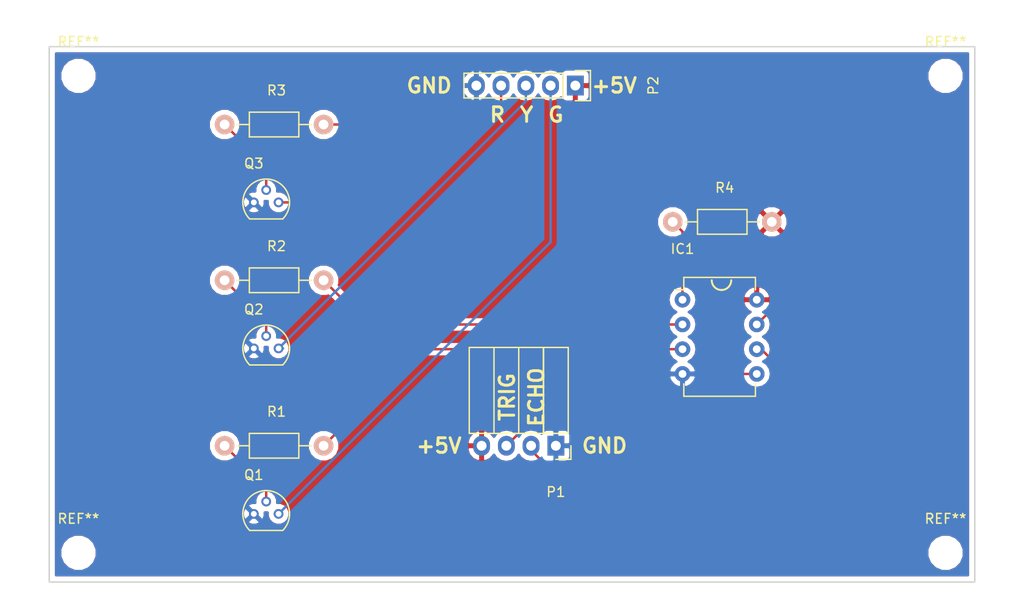
<source format=kicad_pcb>
(kicad_pcb (version 4) (host pcbnew 4.0.5+dfsg1-4)

  (general
    (links 20)
    (no_connects 0)
    (area 22.871429 17.133332 128.128572 78.575)
    (thickness 1.6)
    (drawings 15)
    (tracks 40)
    (zones 0)
    (modules 14)
    (nets 15)
  )

  (page A4)
  (layers
    (0 F.Cu signal)
    (31 B.Cu signal)
    (32 B.Adhes user)
    (33 F.Adhes user)
    (34 B.Paste user)
    (35 F.Paste user)
    (36 B.SilkS user)
    (37 F.SilkS user)
    (38 B.Mask user)
    (39 F.Mask user)
    (40 Dwgs.User user)
    (41 Cmts.User user)
    (42 Eco1.User user)
    (43 Eco2.User user)
    (44 Edge.Cuts user)
    (45 Margin user)
    (46 B.CrtYd user)
    (47 F.CrtYd user)
    (48 B.Fab user)
    (49 F.Fab user)
  )

  (setup
    (last_trace_width 0.25)
    (trace_clearance 0.2)
    (zone_clearance 0.508)
    (zone_45_only no)
    (trace_min 0.2)
    (segment_width 0.2)
    (edge_width 0.15)
    (via_size 0.6)
    (via_drill 0.4)
    (via_min_size 0.4)
    (via_min_drill 0.3)
    (uvia_size 0.3)
    (uvia_drill 0.1)
    (uvias_allowed no)
    (uvia_min_size 0.2)
    (uvia_min_drill 0.1)
    (pcb_text_width 0.3)
    (pcb_text_size 1.5 1.5)
    (mod_edge_width 0.15)
    (mod_text_size 1 1)
    (mod_text_width 0.15)
    (pad_size 1.524 1.524)
    (pad_drill 0.762)
    (pad_to_mask_clearance 0.2)
    (aux_axis_origin 0 0)
    (visible_elements FFFFFF7F)
    (pcbplotparams
      (layerselection 0x010f0_80000001)
      (usegerberextensions false)
      (excludeedgelayer true)
      (linewidth 0.100000)
      (plotframeref false)
      (viasonmask false)
      (mode 1)
      (useauxorigin false)
      (hpglpennumber 1)
      (hpglpenspeed 20)
      (hpglpendiameter 15)
      (hpglpenoverlay 2)
      (psnegative false)
      (psa4output false)
      (plotreference true)
      (plotvalue true)
      (plotinvisibletext false)
      (padsonsilk false)
      (subtractmaskfromsilk false)
      (outputformat 1)
      (mirror false)
      (drillshape 0)
      (scaleselection 1)
      (outputdirectory plots/))
  )

  (net 0 "")
  (net 1 "Net-(IC1-Pad1)")
  (net 2 /YELLOW)
  (net 3 /GREEN)
  (net 4 GND)
  (net 5 /TRIG)
  (net 6 /ECHO)
  (net 7 /RED)
  (net 8 +5V)
  (net 9 "Net-(Q1-Pad2)")
  (net 10 "Net-(Q2-Pad2)")
  (net 11 "Net-(Q3-Pad2)")
  (net 12 "Net-(P2-Pad2)")
  (net 13 "Net-(P2-Pad3)")
  (net 14 "Net-(P2-Pad4)")

  (net_class Default "This is the default net class."
    (clearance 0.2)
    (trace_width 0.25)
    (via_dia 0.6)
    (via_drill 0.4)
    (uvia_dia 0.3)
    (uvia_drill 0.1)
    (add_net +5V)
    (add_net /ECHO)
    (add_net /GREEN)
    (add_net /RED)
    (add_net /TRIG)
    (add_net /YELLOW)
    (add_net GND)
    (add_net "Net-(IC1-Pad1)")
    (add_net "Net-(P2-Pad2)")
    (add_net "Net-(P2-Pad3)")
    (add_net "Net-(P2-Pad4)")
    (add_net "Net-(Q1-Pad2)")
    (add_net "Net-(Q2-Pad2)")
    (add_net "Net-(Q3-Pad2)")
  )

  (module Pin_Headers:Pin_Header_Straight_1x05 (layer F.Cu) (tedit 5B3916F3) (tstamp 5B38FD66)
    (at 82 26 270)
    (descr "Through hole pin header")
    (tags "pin header")
    (path /5B386E0C)
    (fp_text reference P2 (at 0 -8 270) (layer F.SilkS)
      (effects (font (size 1 1) (thickness 0.15)))
    )
    (fp_text value "LED and Power Header" (at 0 -3.1 270) (layer F.Fab)
      (effects (font (size 1 1) (thickness 0.15)))
    )
    (fp_line (start -1.55 0) (end -1.55 -1.55) (layer F.SilkS) (width 0.15))
    (fp_line (start -1.55 -1.55) (end 1.55 -1.55) (layer F.SilkS) (width 0.15))
    (fp_line (start 1.55 -1.55) (end 1.55 0) (layer F.SilkS) (width 0.15))
    (fp_line (start -1.75 -1.75) (end -1.75 11.95) (layer F.CrtYd) (width 0.05))
    (fp_line (start 1.75 -1.75) (end 1.75 11.95) (layer F.CrtYd) (width 0.05))
    (fp_line (start -1.75 -1.75) (end 1.75 -1.75) (layer F.CrtYd) (width 0.05))
    (fp_line (start -1.75 11.95) (end 1.75 11.95) (layer F.CrtYd) (width 0.05))
    (fp_line (start 1.27 1.27) (end 1.27 11.43) (layer F.SilkS) (width 0.15))
    (fp_line (start 1.27 11.43) (end -1.27 11.43) (layer F.SilkS) (width 0.15))
    (fp_line (start -1.27 11.43) (end -1.27 1.27) (layer F.SilkS) (width 0.15))
    (fp_line (start 1.27 1.27) (end -1.27 1.27) (layer F.SilkS) (width 0.15))
    (pad 1 thru_hole rect (at 0 0 270) (size 2.032 1.7272) (drill 1.016) (layers *.Cu *.Mask)
      (net 8 +5V))
    (pad 2 thru_hole oval (at 0 2.54 270) (size 2.032 1.7272) (drill 1.016) (layers *.Cu *.Mask)
      (net 12 "Net-(P2-Pad2)"))
    (pad 3 thru_hole oval (at 0 5.08 270) (size 2.032 1.7272) (drill 1.016) (layers *.Cu *.Mask)
      (net 13 "Net-(P2-Pad3)"))
    (pad 4 thru_hole oval (at 0 7.62 270) (size 2.032 1.7272) (drill 1.016) (layers *.Cu *.Mask)
      (net 14 "Net-(P2-Pad4)"))
    (pad 5 thru_hole oval (at 0 10.16 270) (size 2.032 1.7272) (drill 1.016) (layers *.Cu *.Mask)
      (net 4 GND))
    (model Pin_Headers.3dshapes/Pin_Header_Straight_1x05.wrl
      (at (xyz 0 -0.2 0))
      (scale (xyz 1 1 1))
      (rotate (xyz 0 0 90))
    )
  )

  (module TO_SOT_Packages_THT:TO-92_Molded_Narrow (layer F.Cu) (tedit 54F242E1) (tstamp 5B38FD6D)
    (at 49 70)
    (descr "TO-92 leads molded, narrow, drill 0.6mm (see NXP sot054_po.pdf)")
    (tags "to-92 sc-43 sc-43a sot54 PA33 transistor")
    (path /5B385AC2)
    (fp_text reference Q1 (at 0 -4) (layer F.SilkS)
      (effects (font (size 1 1) (thickness 0.15)))
    )
    (fp_text value PN2222A (at 0 3) (layer F.Fab)
      (effects (font (size 1 1) (thickness 0.15)))
    )
    (fp_line (start -1.4 1.95) (end -1.4 -2.65) (layer F.CrtYd) (width 0.05))
    (fp_line (start -1.4 1.95) (end 3.9 1.95) (layer F.CrtYd) (width 0.05))
    (fp_line (start -0.43 1.7) (end 2.97 1.7) (layer F.SilkS) (width 0.15))
    (fp_arc (start 1.27 0) (end 1.27 -2.4) (angle -135) (layer F.SilkS) (width 0.15))
    (fp_arc (start 1.27 0) (end 1.27 -2.4) (angle 135) (layer F.SilkS) (width 0.15))
    (fp_line (start -1.4 -2.65) (end 3.9 -2.65) (layer F.CrtYd) (width 0.05))
    (fp_line (start 3.9 1.95) (end 3.9 -2.65) (layer F.CrtYd) (width 0.05))
    (pad 2 thru_hole circle (at 1.27 -1.27 90) (size 1.00076 1.00076) (drill 0.6) (layers *.Cu *.Mask)
      (net 9 "Net-(Q1-Pad2)"))
    (pad 3 thru_hole circle (at 2.54 0 90) (size 1.00076 1.00076) (drill 0.6) (layers *.Cu *.Mask)
      (net 12 "Net-(P2-Pad2)"))
    (pad 1 thru_hole circle (at 0 0 90) (size 1.00076 1.00076) (drill 0.6) (layers *.Cu *.Mask)
      (net 4 GND))
    (model TO_SOT_Packages_THT.3dshapes/TO-92_Molded_Narrow.wrl
      (at (xyz 0.05 0 0))
      (scale (xyz 1 1 1))
      (rotate (xyz 0 0 -90))
    )
  )

  (module TO_SOT_Packages_THT:TO-92_Molded_Narrow (layer F.Cu) (tedit 54F242E1) (tstamp 5B38FD74)
    (at 49 53)
    (descr "TO-92 leads molded, narrow, drill 0.6mm (see NXP sot054_po.pdf)")
    (tags "to-92 sc-43 sc-43a sot54 PA33 transistor")
    (path /5B3859DD)
    (fp_text reference Q2 (at 0 -4) (layer F.SilkS)
      (effects (font (size 1 1) (thickness 0.15)))
    )
    (fp_text value PN2222A (at 0 3) (layer F.Fab)
      (effects (font (size 1 1) (thickness 0.15)))
    )
    (fp_line (start -1.4 1.95) (end -1.4 -2.65) (layer F.CrtYd) (width 0.05))
    (fp_line (start -1.4 1.95) (end 3.9 1.95) (layer F.CrtYd) (width 0.05))
    (fp_line (start -0.43 1.7) (end 2.97 1.7) (layer F.SilkS) (width 0.15))
    (fp_arc (start 1.27 0) (end 1.27 -2.4) (angle -135) (layer F.SilkS) (width 0.15))
    (fp_arc (start 1.27 0) (end 1.27 -2.4) (angle 135) (layer F.SilkS) (width 0.15))
    (fp_line (start -1.4 -2.65) (end 3.9 -2.65) (layer F.CrtYd) (width 0.05))
    (fp_line (start 3.9 1.95) (end 3.9 -2.65) (layer F.CrtYd) (width 0.05))
    (pad 2 thru_hole circle (at 1.27 -1.27 90) (size 1.00076 1.00076) (drill 0.6) (layers *.Cu *.Mask)
      (net 10 "Net-(Q2-Pad2)"))
    (pad 3 thru_hole circle (at 2.54 0 90) (size 1.00076 1.00076) (drill 0.6) (layers *.Cu *.Mask)
      (net 13 "Net-(P2-Pad3)"))
    (pad 1 thru_hole circle (at 0 0 90) (size 1.00076 1.00076) (drill 0.6) (layers *.Cu *.Mask)
      (net 4 GND))
    (model TO_SOT_Packages_THT.3dshapes/TO-92_Molded_Narrow.wrl
      (at (xyz 0.05 0 0))
      (scale (xyz 1 1 1))
      (rotate (xyz 0 0 -90))
    )
  )

  (module TO_SOT_Packages_THT:TO-92_Molded_Narrow (layer F.Cu) (tedit 54F242E1) (tstamp 5B38FD7B)
    (at 49 38)
    (descr "TO-92 leads molded, narrow, drill 0.6mm (see NXP sot054_po.pdf)")
    (tags "to-92 sc-43 sc-43a sot54 PA33 transistor")
    (path /5B385D45)
    (fp_text reference Q3 (at 0 -4) (layer F.SilkS)
      (effects (font (size 1 1) (thickness 0.15)))
    )
    (fp_text value PN2222A (at 0 3) (layer F.Fab)
      (effects (font (size 1 1) (thickness 0.15)))
    )
    (fp_line (start -1.4 1.95) (end -1.4 -2.65) (layer F.CrtYd) (width 0.05))
    (fp_line (start -1.4 1.95) (end 3.9 1.95) (layer F.CrtYd) (width 0.05))
    (fp_line (start -0.43 1.7) (end 2.97 1.7) (layer F.SilkS) (width 0.15))
    (fp_arc (start 1.27 0) (end 1.27 -2.4) (angle -135) (layer F.SilkS) (width 0.15))
    (fp_arc (start 1.27 0) (end 1.27 -2.4) (angle 135) (layer F.SilkS) (width 0.15))
    (fp_line (start -1.4 -2.65) (end 3.9 -2.65) (layer F.CrtYd) (width 0.05))
    (fp_line (start 3.9 1.95) (end 3.9 -2.65) (layer F.CrtYd) (width 0.05))
    (pad 2 thru_hole circle (at 1.27 -1.27 90) (size 1.00076 1.00076) (drill 0.6) (layers *.Cu *.Mask)
      (net 11 "Net-(Q3-Pad2)"))
    (pad 3 thru_hole circle (at 2.54 0 90) (size 1.00076 1.00076) (drill 0.6) (layers *.Cu *.Mask)
      (net 14 "Net-(P2-Pad4)"))
    (pad 1 thru_hole circle (at 0 0 90) (size 1.00076 1.00076) (drill 0.6) (layers *.Cu *.Mask)
      (net 4 GND))
    (model TO_SOT_Packages_THT.3dshapes/TO-92_Molded_Narrow.wrl
      (at (xyz 0.05 0 0))
      (scale (xyz 1 1 1))
      (rotate (xyz 0 0 -90))
    )
  )

  (module Resistors_ThroughHole:Resistor_Horizontal_RM10mm (layer F.Cu) (tedit 56648415) (tstamp 5B38FD81)
    (at 46 63)
    (descr "Resistor, Axial,  RM 10mm, 1/3W")
    (tags "Resistor Axial RM 10mm 1/3W")
    (path /5B385ED8)
    (fp_text reference R1 (at 5.32892 -3.50012) (layer F.SilkS)
      (effects (font (size 1 1) (thickness 0.15)))
    )
    (fp_text value R (at 5.08 3.81) (layer F.Fab)
      (effects (font (size 1 1) (thickness 0.15)))
    )
    (fp_line (start -1.25 -1.5) (end 11.4 -1.5) (layer F.CrtYd) (width 0.05))
    (fp_line (start -1.25 1.5) (end -1.25 -1.5) (layer F.CrtYd) (width 0.05))
    (fp_line (start 11.4 -1.5) (end 11.4 1.5) (layer F.CrtYd) (width 0.05))
    (fp_line (start -1.25 1.5) (end 11.4 1.5) (layer F.CrtYd) (width 0.05))
    (fp_line (start 2.54 -1.27) (end 7.62 -1.27) (layer F.SilkS) (width 0.15))
    (fp_line (start 7.62 -1.27) (end 7.62 1.27) (layer F.SilkS) (width 0.15))
    (fp_line (start 7.62 1.27) (end 2.54 1.27) (layer F.SilkS) (width 0.15))
    (fp_line (start 2.54 1.27) (end 2.54 -1.27) (layer F.SilkS) (width 0.15))
    (fp_line (start 2.54 0) (end 1.27 0) (layer F.SilkS) (width 0.15))
    (fp_line (start 7.62 0) (end 8.89 0) (layer F.SilkS) (width 0.15))
    (pad 1 thru_hole circle (at 0 0) (size 1.99898 1.99898) (drill 1.00076) (layers *.Cu *.SilkS *.Mask)
      (net 9 "Net-(Q1-Pad2)"))
    (pad 2 thru_hole circle (at 10.16 0) (size 1.99898 1.99898) (drill 1.00076) (layers *.Cu *.SilkS *.Mask)
      (net 3 /GREEN))
    (model Resistors_ThroughHole.3dshapes/Resistor_Horizontal_RM10mm.wrl
      (at (xyz 0.2 0 0))
      (scale (xyz 0.4 0.4 0.4))
      (rotate (xyz 0 0 0))
    )
  )

  (module Resistors_ThroughHole:Resistor_Horizontal_RM10mm (layer F.Cu) (tedit 56648415) (tstamp 5B38FD87)
    (at 46 46)
    (descr "Resistor, Axial,  RM 10mm, 1/3W")
    (tags "Resistor Axial RM 10mm 1/3W")
    (path /5B385DE5)
    (fp_text reference R2 (at 5.32892 -3.50012) (layer F.SilkS)
      (effects (font (size 1 1) (thickness 0.15)))
    )
    (fp_text value R (at 5.08 3.81) (layer F.Fab)
      (effects (font (size 1 1) (thickness 0.15)))
    )
    (fp_line (start -1.25 -1.5) (end 11.4 -1.5) (layer F.CrtYd) (width 0.05))
    (fp_line (start -1.25 1.5) (end -1.25 -1.5) (layer F.CrtYd) (width 0.05))
    (fp_line (start 11.4 -1.5) (end 11.4 1.5) (layer F.CrtYd) (width 0.05))
    (fp_line (start -1.25 1.5) (end 11.4 1.5) (layer F.CrtYd) (width 0.05))
    (fp_line (start 2.54 -1.27) (end 7.62 -1.27) (layer F.SilkS) (width 0.15))
    (fp_line (start 7.62 -1.27) (end 7.62 1.27) (layer F.SilkS) (width 0.15))
    (fp_line (start 7.62 1.27) (end 2.54 1.27) (layer F.SilkS) (width 0.15))
    (fp_line (start 2.54 1.27) (end 2.54 -1.27) (layer F.SilkS) (width 0.15))
    (fp_line (start 2.54 0) (end 1.27 0) (layer F.SilkS) (width 0.15))
    (fp_line (start 7.62 0) (end 8.89 0) (layer F.SilkS) (width 0.15))
    (pad 1 thru_hole circle (at 0 0) (size 1.99898 1.99898) (drill 1.00076) (layers *.Cu *.SilkS *.Mask)
      (net 10 "Net-(Q2-Pad2)"))
    (pad 2 thru_hole circle (at 10.16 0) (size 1.99898 1.99898) (drill 1.00076) (layers *.Cu *.SilkS *.Mask)
      (net 2 /YELLOW))
    (model Resistors_ThroughHole.3dshapes/Resistor_Horizontal_RM10mm.wrl
      (at (xyz 0.2 0 0))
      (scale (xyz 0.4 0.4 0.4))
      (rotate (xyz 0 0 0))
    )
  )

  (module Resistors_ThroughHole:Resistor_Horizontal_RM10mm (layer F.Cu) (tedit 56648415) (tstamp 5B38FD8D)
    (at 46 30)
    (descr "Resistor, Axial,  RM 10mm, 1/3W")
    (tags "Resistor Axial RM 10mm 1/3W")
    (path /5B385F0F)
    (fp_text reference R3 (at 5.32892 -3.50012) (layer F.SilkS)
      (effects (font (size 1 1) (thickness 0.15)))
    )
    (fp_text value R (at 5.08 3.81) (layer F.Fab)
      (effects (font (size 1 1) (thickness 0.15)))
    )
    (fp_line (start -1.25 -1.5) (end 11.4 -1.5) (layer F.CrtYd) (width 0.05))
    (fp_line (start -1.25 1.5) (end -1.25 -1.5) (layer F.CrtYd) (width 0.05))
    (fp_line (start 11.4 -1.5) (end 11.4 1.5) (layer F.CrtYd) (width 0.05))
    (fp_line (start -1.25 1.5) (end 11.4 1.5) (layer F.CrtYd) (width 0.05))
    (fp_line (start 2.54 -1.27) (end 7.62 -1.27) (layer F.SilkS) (width 0.15))
    (fp_line (start 7.62 -1.27) (end 7.62 1.27) (layer F.SilkS) (width 0.15))
    (fp_line (start 7.62 1.27) (end 2.54 1.27) (layer F.SilkS) (width 0.15))
    (fp_line (start 2.54 1.27) (end 2.54 -1.27) (layer F.SilkS) (width 0.15))
    (fp_line (start 2.54 0) (end 1.27 0) (layer F.SilkS) (width 0.15))
    (fp_line (start 7.62 0) (end 8.89 0) (layer F.SilkS) (width 0.15))
    (pad 1 thru_hole circle (at 0 0) (size 1.99898 1.99898) (drill 1.00076) (layers *.Cu *.SilkS *.Mask)
      (net 11 "Net-(Q3-Pad2)"))
    (pad 2 thru_hole circle (at 10.16 0) (size 1.99898 1.99898) (drill 1.00076) (layers *.Cu *.SilkS *.Mask)
      (net 7 /RED))
    (model Resistors_ThroughHole.3dshapes/Resistor_Horizontal_RM10mm.wrl
      (at (xyz 0.2 0 0))
      (scale (xyz 0.4 0.4 0.4))
      (rotate (xyz 0 0 0))
    )
  )

  (module Resistors_ThroughHole:Resistor_Horizontal_RM10mm (layer F.Cu) (tedit 56648415) (tstamp 5B38FD93)
    (at 92 40)
    (descr "Resistor, Axial,  RM 10mm, 1/3W")
    (tags "Resistor Axial RM 10mm 1/3W")
    (path /5B386B4B)
    (fp_text reference R4 (at 5.32892 -3.50012) (layer F.SilkS)
      (effects (font (size 1 1) (thickness 0.15)))
    )
    (fp_text value R (at 5.08 3.81) (layer F.Fab)
      (effects (font (size 1 1) (thickness 0.15)))
    )
    (fp_line (start -1.25 -1.5) (end 11.4 -1.5) (layer F.CrtYd) (width 0.05))
    (fp_line (start -1.25 1.5) (end -1.25 -1.5) (layer F.CrtYd) (width 0.05))
    (fp_line (start 11.4 -1.5) (end 11.4 1.5) (layer F.CrtYd) (width 0.05))
    (fp_line (start -1.25 1.5) (end 11.4 1.5) (layer F.CrtYd) (width 0.05))
    (fp_line (start 2.54 -1.27) (end 7.62 -1.27) (layer F.SilkS) (width 0.15))
    (fp_line (start 7.62 -1.27) (end 7.62 1.27) (layer F.SilkS) (width 0.15))
    (fp_line (start 7.62 1.27) (end 2.54 1.27) (layer F.SilkS) (width 0.15))
    (fp_line (start 2.54 1.27) (end 2.54 -1.27) (layer F.SilkS) (width 0.15))
    (fp_line (start 2.54 0) (end 1.27 0) (layer F.SilkS) (width 0.15))
    (fp_line (start 7.62 0) (end 8.89 0) (layer F.SilkS) (width 0.15))
    (pad 1 thru_hole circle (at 0 0) (size 1.99898 1.99898) (drill 1.00076) (layers *.Cu *.SilkS *.Mask)
      (net 1 "Net-(IC1-Pad1)"))
    (pad 2 thru_hole circle (at 10.16 0) (size 1.99898 1.99898) (drill 1.00076) (layers *.Cu *.SilkS *.Mask)
      (net 8 +5V))
    (model Resistors_ThroughHole.3dshapes/Resistor_Horizontal_RM10mm.wrl
      (at (xyz 0.2 0 0))
      (scale (xyz 0.4 0.4 0.4))
      (rotate (xyz 0 0 0))
    )
  )

  (module Mounting_Holes:MountingHole_2.5mm (layer F.Cu) (tedit 56D1B4CB) (tstamp 5B390224)
    (at 120 25)
    (descr "Mounting Hole 2.5mm, no annular")
    (tags "mounting hole 2.5mm no annular")
    (fp_text reference REF** (at 0 -3.5) (layer F.SilkS)
      (effects (font (size 1 1) (thickness 0.15)))
    )
    (fp_text value MountingHole_2.5mm (at 0 3.5) (layer F.Fab)
      (effects (font (size 1 1) (thickness 0.15)))
    )
    (fp_circle (center 0 0) (end 2.5 0) (layer Cmts.User) (width 0.15))
    (fp_circle (center 0 0) (end 2.75 0) (layer F.CrtYd) (width 0.05))
    (pad 1 np_thru_hole circle (at 0 0) (size 2.5 2.5) (drill 2.5) (layers *.Cu *.Mask))
  )

  (module Mounting_Holes:MountingHole_2.5mm (layer F.Cu) (tedit 56D1B4CB) (tstamp 5B390226)
    (at 120 74)
    (descr "Mounting Hole 2.5mm, no annular")
    (tags "mounting hole 2.5mm no annular")
    (fp_text reference REF** (at 0 -3.5) (layer F.SilkS)
      (effects (font (size 1 1) (thickness 0.15)))
    )
    (fp_text value MountingHole_2.5mm (at 0 3.5) (layer F.Fab)
      (effects (font (size 1 1) (thickness 0.15)))
    )
    (fp_circle (center 0 0) (end 2.5 0) (layer Cmts.User) (width 0.15))
    (fp_circle (center 0 0) (end 2.75 0) (layer F.CrtYd) (width 0.05))
    (pad 1 np_thru_hole circle (at 0 0) (size 2.5 2.5) (drill 2.5) (layers *.Cu *.Mask))
  )

  (module Mounting_Holes:MountingHole_2.5mm (layer F.Cu) (tedit 56D1B4CB) (tstamp 5B390233)
    (at 31 74)
    (descr "Mounting Hole 2.5mm, no annular")
    (tags "mounting hole 2.5mm no annular")
    (fp_text reference REF** (at 0 -3.5) (layer F.SilkS)
      (effects (font (size 1 1) (thickness 0.15)))
    )
    (fp_text value MountingHole_2.5mm (at 0 3.5) (layer F.Fab)
      (effects (font (size 1 1) (thickness 0.15)))
    )
    (fp_circle (center 0 0) (end 2.5 0) (layer Cmts.User) (width 0.15))
    (fp_circle (center 0 0) (end 2.75 0) (layer F.CrtYd) (width 0.05))
    (pad 1 np_thru_hole circle (at 0 0) (size 2.5 2.5) (drill 2.5) (layers *.Cu *.Mask))
  )

  (module Mounting_Holes:MountingHole_2.5mm (layer F.Cu) (tedit 56D1B4CB) (tstamp 5B39023C)
    (at 31 25)
    (descr "Mounting Hole 2.5mm, no annular")
    (tags "mounting hole 2.5mm no annular")
    (fp_text reference REF** (at 0 -3.5) (layer F.SilkS)
      (effects (font (size 1 1) (thickness 0.15)))
    )
    (fp_text value MountingHole_2.5mm (at 0 3.5) (layer F.Fab)
      (effects (font (size 1 1) (thickness 0.15)))
    )
    (fp_circle (center 0 0) (end 2.5 0) (layer Cmts.User) (width 0.15))
    (fp_circle (center 0 0) (end 2.75 0) (layer F.CrtYd) (width 0.05))
    (pad 1 np_thru_hole circle (at 0 0) (size 2.5 2.5) (drill 2.5) (layers *.Cu *.Mask))
  )

  (module Housings_DIP:DIP-8_W7.62mm (layer F.Cu) (tedit 5B395B39) (tstamp 5B391016)
    (at 93 48)
    (descr "8-lead dip package, row spacing 7.62 mm (300 mils)")
    (tags "dil dip 2.54 300")
    (path /5B385788)
    (fp_text reference IC1 (at 0 -5.22) (layer F.SilkS)
      (effects (font (size 1 1) (thickness 0.15)))
    )
    (fp_text value ATTINY85-P (at 4 4 90) (layer F.Fab)
      (effects (font (size 1 1) (thickness 0.15)))
    )
    (fp_line (start -1.05 -2.45) (end -1.05 10.1) (layer F.CrtYd) (width 0.05))
    (fp_line (start 8.65 -2.45) (end 8.65 10.1) (layer F.CrtYd) (width 0.05))
    (fp_line (start -1.05 -2.45) (end 8.65 -2.45) (layer F.CrtYd) (width 0.05))
    (fp_line (start -1.05 10.1) (end 8.65 10.1) (layer F.CrtYd) (width 0.05))
    (fp_line (start 0.135 -2.295) (end 0.135 -1.025) (layer F.SilkS) (width 0.15))
    (fp_line (start 7.485 -2.295) (end 7.485 -1.025) (layer F.SilkS) (width 0.15))
    (fp_line (start 7.485 9.915) (end 7.485 8.645) (layer F.SilkS) (width 0.15))
    (fp_line (start 0.135 9.915) (end 0.135 8.645) (layer F.SilkS) (width 0.15))
    (fp_line (start 0.135 -2.295) (end 7.485 -2.295) (layer F.SilkS) (width 0.15))
    (fp_line (start 0.135 9.915) (end 7.485 9.915) (layer F.SilkS) (width 0.15))
    (fp_line (start 0.135 -1.025) (end -0.8 -1.025) (layer F.SilkS) (width 0.15))
    (pad 1 thru_hole oval (at 0 0) (size 1.6 1.6) (drill 0.8) (layers *.Cu *.Mask)
      (net 1 "Net-(IC1-Pad1)"))
    (pad 2 thru_hole oval (at 0 2.54) (size 1.6 1.6) (drill 0.8) (layers *.Cu *.Mask)
      (net 2 /YELLOW))
    (pad 3 thru_hole oval (at 0 5.08) (size 1.6 1.6) (drill 0.8) (layers *.Cu *.Mask)
      (net 3 /GREEN))
    (pad 4 thru_hole oval (at 0 7.62) (size 1.6 1.6) (drill 0.8) (layers *.Cu *.Mask)
      (net 4 GND))
    (pad 5 thru_hole oval (at 7.62 7.62) (size 1.6 1.6) (drill 0.8) (layers *.Cu *.Mask)
      (net 5 /TRIG))
    (pad 6 thru_hole oval (at 7.62 5.08) (size 1.6 1.6) (drill 0.8) (layers *.Cu *.Mask)
      (net 6 /ECHO))
    (pad 7 thru_hole oval (at 7.62 2.54) (size 1.6 1.6) (drill 0.8) (layers *.Cu *.Mask)
      (net 7 /RED))
    (pad 8 thru_hole oval (at 7.62 0) (size 1.6 1.6) (drill 0.8) (layers *.Cu *.Mask)
      (net 8 +5V))
    (model Housings_DIP.3dshapes/DIP-8_W7.62mm.wrl
      (at (xyz 0 0 0))
      (scale (xyz 1 1 1))
      (rotate (xyz 0 0 0))
    )
  )

  (module Socket_Strips:Socket_Strip_Angled_1x04 (layer F.Cu) (tedit 0) (tstamp 5B39161D)
    (at 80 63 180)
    (descr "Through hole socket strip")
    (tags "socket strip")
    (path /5B385871)
    (fp_text reference P1 (at 0 -4.75 180) (layer F.SilkS)
      (effects (font (size 1 1) (thickness 0.15)))
    )
    (fp_text value "HC-SR04 Header" (at 0 -2.75 180) (layer F.Fab)
      (effects (font (size 1 1) (thickness 0.15)))
    )
    (fp_line (start -1.75 -1.5) (end -1.75 10.6) (layer F.CrtYd) (width 0.05))
    (fp_line (start 9.4 -1.5) (end 9.4 10.6) (layer F.CrtYd) (width 0.05))
    (fp_line (start -1.75 -1.5) (end 9.4 -1.5) (layer F.CrtYd) (width 0.05))
    (fp_line (start -1.75 10.6) (end 9.4 10.6) (layer F.CrtYd) (width 0.05))
    (fp_line (start 8.89 10.1) (end 8.89 1.27) (layer F.SilkS) (width 0.15))
    (fp_line (start 6.35 10.1) (end 8.89 10.1) (layer F.SilkS) (width 0.15))
    (fp_line (start 6.35 1.27) (end 8.89 1.27) (layer F.SilkS) (width 0.15))
    (fp_line (start 3.81 1.27) (end 6.35 1.27) (layer F.SilkS) (width 0.15))
    (fp_line (start 3.81 10.1) (end 6.35 10.1) (layer F.SilkS) (width 0.15))
    (fp_line (start 6.35 10.1) (end 6.35 1.27) (layer F.SilkS) (width 0.15))
    (fp_line (start 3.81 10.1) (end 3.81 1.27) (layer F.SilkS) (width 0.15))
    (fp_line (start 1.27 10.1) (end 3.81 10.1) (layer F.SilkS) (width 0.15))
    (fp_line (start 1.27 1.27) (end 1.27 10.1) (layer F.SilkS) (width 0.15))
    (fp_line (start 1.27 1.27) (end 3.81 1.27) (layer F.SilkS) (width 0.15))
    (fp_line (start -1.27 1.27) (end 1.27 1.27) (layer F.SilkS) (width 0.15))
    (fp_line (start 0 -1.4) (end -1.55 -1.4) (layer F.SilkS) (width 0.15))
    (fp_line (start -1.55 -1.4) (end -1.55 0) (layer F.SilkS) (width 0.15))
    (fp_line (start -1.27 1.27) (end -1.27 10.1) (layer F.SilkS) (width 0.15))
    (fp_line (start -1.27 10.1) (end 1.27 10.1) (layer F.SilkS) (width 0.15))
    (fp_line (start 1.27 10.1) (end 1.27 1.27) (layer F.SilkS) (width 0.15))
    (pad 1 thru_hole rect (at 0 0 180) (size 1.7272 2.032) (drill 1.016) (layers *.Cu *.Mask)
      (net 4 GND))
    (pad 2 thru_hole oval (at 2.54 0 180) (size 1.7272 2.032) (drill 1.016) (layers *.Cu *.Mask)
      (net 6 /ECHO))
    (pad 3 thru_hole oval (at 5.08 0 180) (size 1.7272 2.032) (drill 1.016) (layers *.Cu *.Mask)
      (net 5 /TRIG))
    (pad 4 thru_hole oval (at 7.62 0 180) (size 1.7272 2.032) (drill 1.016) (layers *.Cu *.Mask)
      (net 8 +5V))
    (model Socket_Strips.3dshapes/Socket_Strip_Angled_1x04.wrl
      (at (xyz 0.15 0 0))
      (scale (xyz 1 1 1))
      (rotate (xyz 0 0 180))
    )
  )

  (gr_arc (start 97 46) (end 98 46) (angle 90) (layer F.SilkS) (width 0.2))
  (gr_arc (start 97 46) (end 97 47) (angle 90) (layer F.SilkS) (width 0.2))
  (gr_text ECHO (at 78 58 90) (layer F.SilkS)
    (effects (font (size 1.5 1.5) (thickness 0.3)))
  )
  (gr_text TRIG (at 75 58 90) (layer F.SilkS)
    (effects (font (size 1.5 1.5) (thickness 0.3)))
  )
  (gr_text GND (at 85 63) (layer F.SilkS)
    (effects (font (size 1.5 1.5) (thickness 0.3)))
  )
  (gr_text +5V (at 68 63) (layer F.SilkS)
    (effects (font (size 1.5 1.5) (thickness 0.3)))
  )
  (gr_text GND (at 67 26) (layer F.SilkS)
    (effects (font (size 1.5 1.5) (thickness 0.3)))
  )
  (gr_text +5V (at 86 26) (layer F.SilkS)
    (effects (font (size 1.5 1.5) (thickness 0.3)))
  )
  (gr_text R (at 74 29) (layer F.SilkS)
    (effects (font (size 1.5 1.5) (thickness 0.3)))
  )
  (gr_text Y (at 77 29) (layer F.SilkS)
    (effects (font (size 1.5 1.5) (thickness 0.3)))
  )
  (gr_text G (at 80 29) (layer F.SilkS)
    (effects (font (size 1.5 1.5) (thickness 0.3)))
  )
  (gr_line (start 28 22) (end 28 77) (angle 90) (layer Edge.Cuts) (width 0.15))
  (gr_line (start 123 77) (end 28 77) (angle 90) (layer Edge.Cuts) (width 0.15))
  (gr_line (start 123 22) (end 123 77) (angle 90) (layer Edge.Cuts) (width 0.15))
  (gr_line (start 28 22) (end 123 22) (angle 90) (layer Edge.Cuts) (width 0.15))

  (segment (start 93 48) (end 93 41) (width 0.25) (layer F.Cu) (net 1))
  (segment (start 93 41) (end 92 40) (width 0.25) (layer F.Cu) (net 1) (tstamp 5B39103B))
  (segment (start 93 50.54) (end 60.7 50.54) (width 0.25) (layer F.Cu) (net 2))
  (segment (start 60.7 50.54) (end 56.16 46) (width 0.25) (layer F.Cu) (net 2) (tstamp 5B391152))
  (segment (start 93 53.08) (end 66.08 53.08) (width 0.25) (layer F.Cu) (net 3))
  (segment (start 66.08 53.08) (end 56.16 63) (width 0.25) (layer F.Cu) (net 3) (tstamp 5B39114B))
  (segment (start 56.16 63) (end 56.16 62.84) (width 0.25) (layer B.Cu) (net 3))
  (segment (start 100.62 55.62) (end 97.38 55.62) (width 0.25) (layer F.Cu) (net 5))
  (segment (start 77.92 60) (end 74.92 63) (width 0.25) (layer F.Cu) (net 5) (tstamp 5B3915E2))
  (segment (start 93 60) (end 77.92 60) (width 0.25) (layer F.Cu) (net 5) (tstamp 5B3915E0))
  (segment (start 97.38 55.62) (end 93 60) (width 0.25) (layer F.Cu) (net 5) (tstamp 5B3915DE))
  (segment (start 100.62 53.08) (end 101.08 53.08) (width 0.25) (layer F.Cu) (net 6))
  (segment (start 101.08 53.08) (end 103 55) (width 0.25) (layer F.Cu) (net 6) (tstamp 5B3915E6))
  (segment (start 80 66) (end 77.46 63.46) (width 0.25) (layer F.Cu) (net 6) (tstamp 5B3915EB))
  (segment (start 103 66) (end 80 66) (width 0.25) (layer F.Cu) (net 6) (tstamp 5B3915E9))
  (segment (start 103 55) (end 103 66) (width 0.25) (layer F.Cu) (net 6) (tstamp 5B3915E7))
  (segment (start 77.46 63.46) (end 77.46 63) (width 0.25) (layer F.Cu) (net 6) (tstamp 5B3915EC))
  (segment (start 100.62 53.08) (end 100.62 53.38) (width 0.25) (layer F.Cu) (net 6))
  (segment (start 56.16 30) (end 58 30) (width 0.25) (layer F.Cu) (net 7))
  (segment (start 107 44.16) (end 100.62 50.54) (width 0.25) (layer F.Cu) (net 7) (tstamp 5B39117B))
  (segment (start 107 33) (end 107 44.16) (width 0.25) (layer F.Cu) (net 7) (tstamp 5B391177))
  (segment (start 98 24) (end 107 33) (width 0.25) (layer F.Cu) (net 7) (tstamp 5B391175))
  (segment (start 64 24) (end 98 24) (width 0.25) (layer F.Cu) (net 7) (tstamp 5B39116F))
  (segment (start 58 30) (end 64 24) (width 0.25) (layer F.Cu) (net 7) (tstamp 5B39116C))
  (segment (start 100.62 48) (end 100.62 41.54) (width 0.25) (layer F.Cu) (net 8))
  (segment (start 100.62 41.54) (end 102.16 40) (width 0.25) (layer F.Cu) (net 8) (tstamp 5B391034))
  (segment (start 50.27 68.73) (end 50.27 67.27) (width 0.25) (layer F.Cu) (net 9))
  (segment (start 50.27 67.27) (end 46 63) (width 0.25) (layer F.Cu) (net 9) (tstamp 5B39111A))
  (segment (start 50.27 51.73) (end 50.27 50.27) (width 0.25) (layer F.Cu) (net 10))
  (segment (start 50.27 50.27) (end 46 46) (width 0.25) (layer F.Cu) (net 10) (tstamp 5B391110))
  (segment (start 50.27 36.73) (end 50.27 34.27) (width 0.25) (layer F.Cu) (net 11))
  (segment (start 50.27 34.27) (end 46 30) (width 0.25) (layer F.Cu) (net 11) (tstamp 5B39110B))
  (segment (start 79.46 26) (end 79.46 42.08) (width 0.25) (layer B.Cu) (net 12))
  (segment (start 79.46 42.08) (end 51.54 70) (width 0.25) (layer B.Cu) (net 12) (tstamp 5B3911D7))
  (segment (start 76.92 26) (end 76.92 27.62) (width 0.25) (layer B.Cu) (net 13))
  (segment (start 76.92 27.62) (end 51.54 53) (width 0.25) (layer B.Cu) (net 13) (tstamp 5B391242))
  (segment (start 52 53) (end 51.54 53) (width 0.25) (layer B.Cu) (net 13) (tstamp 5B3907A9))
  (segment (start 74.38 26) (end 74.38 27.62) (width 0.25) (layer F.Cu) (net 14))
  (segment (start 64 38) (end 51.54 38) (width 0.25) (layer F.Cu) (net 14) (tstamp 5B391105))
  (segment (start 74.38 27.62) (end 64 38) (width 0.25) (layer F.Cu) (net 14) (tstamp 5B3910FF))

  (zone (net 4) (net_name GND) (layer B.Cu) (tstamp 5B391287) (hatch edge 0.508)
    (connect_pads (clearance 0.508))
    (min_thickness 0.254)
    (fill yes (arc_segments 16) (thermal_gap 0.508) (thermal_bridge_width 0.508))
    (polygon
      (pts
        (xy 123 77) (xy 28 77) (xy 28 22) (xy 123 22)
      )
    )
    (filled_polygon
      (pts
        (xy 122.29 76.29) (xy 28.71 76.29) (xy 28.71 74.373305) (xy 29.114674 74.373305) (xy 29.401043 75.066372)
        (xy 29.930839 75.597093) (xy 30.623405 75.884672) (xy 31.373305 75.885326) (xy 32.066372 75.598957) (xy 32.597093 75.069161)
        (xy 32.884672 74.376595) (xy 32.884674 74.373305) (xy 118.114674 74.373305) (xy 118.401043 75.066372) (xy 118.930839 75.597093)
        (xy 119.623405 75.884672) (xy 120.373305 75.885326) (xy 121.066372 75.598957) (xy 121.597093 75.069161) (xy 121.884672 74.376595)
        (xy 121.885326 73.626695) (xy 121.598957 72.933628) (xy 121.069161 72.402907) (xy 120.376595 72.115328) (xy 119.626695 72.114674)
        (xy 118.933628 72.401043) (xy 118.402907 72.930839) (xy 118.115328 73.623405) (xy 118.114674 74.373305) (xy 32.884674 74.373305)
        (xy 32.885326 73.626695) (xy 32.598957 72.933628) (xy 32.069161 72.402907) (xy 31.376595 72.115328) (xy 30.626695 72.114674)
        (xy 29.933628 72.401043) (xy 29.402907 72.930839) (xy 29.115328 73.623405) (xy 29.114674 74.373305) (xy 28.71 74.373305)
        (xy 28.71 70.790381) (xy 48.389224 70.790381) (xy 48.426418 71.005532) (xy 48.85488 71.148491) (xy 49.305435 71.116602)
        (xy 49.573582 71.005532) (xy 49.610776 70.790381) (xy 49 70.179605) (xy 48.389224 70.790381) (xy 28.71 70.790381)
        (xy 28.71 69.85488) (xy 47.851509 69.85488) (xy 47.883398 70.305435) (xy 47.994468 70.573582) (xy 48.209619 70.610776)
        (xy 48.820395 70) (xy 48.209619 69.389224) (xy 47.994468 69.426418) (xy 47.851509 69.85488) (xy 28.71 69.85488)
        (xy 28.71 63.323694) (xy 44.365226 63.323694) (xy 44.613538 63.924655) (xy 45.072927 64.384846) (xy 45.673453 64.634206)
        (xy 46.323694 64.634774) (xy 46.924655 64.386462) (xy 47.384846 63.927073) (xy 47.634206 63.326547) (xy 47.634774 62.676306)
        (xy 47.386462 62.075345) (xy 46.927073 61.615154) (xy 46.326547 61.365794) (xy 45.676306 61.365226) (xy 45.075345 61.613538)
        (xy 44.615154 62.072927) (xy 44.365794 62.673453) (xy 44.365226 63.323694) (xy 28.71 63.323694) (xy 28.71 53.790381)
        (xy 48.389224 53.790381) (xy 48.426418 54.005532) (xy 48.85488 54.148491) (xy 49.305435 54.116602) (xy 49.573582 54.005532)
        (xy 49.610776 53.790381) (xy 49 53.179605) (xy 48.389224 53.790381) (xy 28.71 53.790381) (xy 28.71 52.85488)
        (xy 47.851509 52.85488) (xy 47.883398 53.305435) (xy 47.994468 53.573582) (xy 48.209619 53.610776) (xy 48.820395 53)
        (xy 48.209619 52.389224) (xy 47.994468 52.426418) (xy 47.851509 52.85488) (xy 28.71 52.85488) (xy 28.71 52.209619)
        (xy 48.389224 52.209619) (xy 49 52.820395) (xy 49.014143 52.806253) (xy 49.193748 52.985858) (xy 49.179605 53)
        (xy 49.790381 53.610776) (xy 50.005532 53.573582) (xy 50.148491 53.14512) (xy 50.128683 52.865257) (xy 50.404737 52.865497)
        (xy 50.404424 53.22485) (xy 50.576911 53.642301) (xy 50.896019 53.961967) (xy 51.313168 54.135182) (xy 51.76485 54.135576)
        (xy 52.182301 53.963089) (xy 52.501967 53.643981) (xy 52.560705 53.502524) (xy 52.702148 53.290839) (xy 52.76 53)
        (xy 52.73591 52.878892) (xy 77.457401 28.157401) (xy 77.622148 27.91084) (xy 77.68 27.62) (xy 77.68 27.444648)
        (xy 77.97967 27.244415) (xy 78.19 26.929634) (xy 78.40033 27.244415) (xy 78.7 27.444648) (xy 78.7 41.765198)
        (xy 57.793054 62.672144) (xy 57.546462 62.075345) (xy 57.087073 61.615154) (xy 56.486547 61.365794) (xy 55.836306 61.365226)
        (xy 55.235345 61.613538) (xy 54.775154 62.072927) (xy 54.525794 62.673453) (xy 54.525226 63.323694) (xy 54.773538 63.924655)
        (xy 55.232927 64.384846) (xy 55.831714 64.633484) (xy 51.600525 68.864673) (xy 51.405263 68.864503) (xy 51.405576 68.50515)
        (xy 51.233089 68.087699) (xy 50.913981 67.768033) (xy 50.496832 67.594818) (xy 50.04515 67.594424) (xy 49.627699 67.766911)
        (xy 49.308033 68.086019) (xy 49.134818 68.503168) (xy 49.134513 68.85226) (xy 48.694565 68.883398) (xy 48.426418 68.994468)
        (xy 48.389224 69.209619) (xy 49 69.820395) (xy 49.014143 69.806253) (xy 49.193748 69.985858) (xy 49.179605 70)
        (xy 49.790381 70.610776) (xy 50.005532 70.573582) (xy 50.148491 70.14512) (xy 50.128683 69.865257) (xy 50.404737 69.865497)
        (xy 50.404424 70.22485) (xy 50.576911 70.642301) (xy 50.896019 70.961967) (xy 51.313168 71.135182) (xy 51.76485 71.135576)
        (xy 52.182301 70.963089) (xy 52.501967 70.643981) (xy 52.675182 70.226832) (xy 52.675433 69.939369) (xy 59.799547 62.815255)
        (xy 70.8814 62.815255) (xy 70.8814 63.184745) (xy 70.995474 63.758234) (xy 71.32033 64.244415) (xy 71.806511 64.569271)
        (xy 72.38 64.683345) (xy 72.953489 64.569271) (xy 73.43967 64.244415) (xy 73.65 63.929634) (xy 73.86033 64.244415)
        (xy 74.346511 64.569271) (xy 74.92 64.683345) (xy 75.493489 64.569271) (xy 75.97967 64.244415) (xy 76.19 63.929634)
        (xy 76.40033 64.244415) (xy 76.886511 64.569271) (xy 77.46 64.683345) (xy 78.033489 64.569271) (xy 78.51967 64.244415)
        (xy 78.5345 64.22222) (xy 78.598073 64.375699) (xy 78.776702 64.554327) (xy 79.010091 64.651) (xy 79.71425 64.651)
        (xy 79.873 64.49225) (xy 79.873 63.127) (xy 80.127 63.127) (xy 80.127 64.49225) (xy 80.28575 64.651)
        (xy 80.989909 64.651) (xy 81.223298 64.554327) (xy 81.401927 64.375699) (xy 81.4986 64.14231) (xy 81.4986 63.28575)
        (xy 81.33985 63.127) (xy 80.127 63.127) (xy 79.873 63.127) (xy 79.853 63.127) (xy 79.853 62.873)
        (xy 79.873 62.873) (xy 79.873 61.50775) (xy 80.127 61.50775) (xy 80.127 62.873) (xy 81.33985 62.873)
        (xy 81.4986 62.71425) (xy 81.4986 61.85769) (xy 81.401927 61.624301) (xy 81.223298 61.445673) (xy 80.989909 61.349)
        (xy 80.28575 61.349) (xy 80.127 61.50775) (xy 79.873 61.50775) (xy 79.71425 61.349) (xy 79.010091 61.349)
        (xy 78.776702 61.445673) (xy 78.598073 61.624301) (xy 78.5345 61.77778) (xy 78.51967 61.755585) (xy 78.033489 61.430729)
        (xy 77.46 61.316655) (xy 76.886511 61.430729) (xy 76.40033 61.755585) (xy 76.19 62.070366) (xy 75.97967 61.755585)
        (xy 75.493489 61.430729) (xy 74.92 61.316655) (xy 74.346511 61.430729) (xy 73.86033 61.755585) (xy 73.65 62.070366)
        (xy 73.43967 61.755585) (xy 72.953489 61.430729) (xy 72.38 61.316655) (xy 71.806511 61.430729) (xy 71.32033 61.755585)
        (xy 70.995474 62.241766) (xy 70.8814 62.815255) (xy 59.799547 62.815255) (xy 66.645763 55.969039) (xy 91.608096 55.969039)
        (xy 91.768959 56.357423) (xy 92.144866 56.772389) (xy 92.650959 57.011914) (xy 92.873 56.890629) (xy 92.873 55.747)
        (xy 93.127 55.747) (xy 93.127 56.890629) (xy 93.349041 57.011914) (xy 93.855134 56.772389) (xy 94.231041 56.357423)
        (xy 94.391904 55.969039) (xy 94.269915 55.747) (xy 93.127 55.747) (xy 92.873 55.747) (xy 91.730085 55.747)
        (xy 91.608096 55.969039) (xy 66.645763 55.969039) (xy 74.614802 48) (xy 91.536887 48) (xy 91.64612 48.549151)
        (xy 91.957189 49.014698) (xy 92.339275 49.27) (xy 91.957189 49.525302) (xy 91.64612 49.990849) (xy 91.536887 50.54)
        (xy 91.64612 51.089151) (xy 91.957189 51.554698) (xy 92.339275 51.81) (xy 91.957189 52.065302) (xy 91.64612 52.530849)
        (xy 91.536887 53.08) (xy 91.64612 53.629151) (xy 91.957189 54.094698) (xy 92.361703 54.364986) (xy 92.144866 54.467611)
        (xy 91.768959 54.882577) (xy 91.608096 55.270961) (xy 91.730085 55.493) (xy 92.873 55.493) (xy 92.873 55.473)
        (xy 93.127 55.473) (xy 93.127 55.493) (xy 94.269915 55.493) (xy 94.391904 55.270961) (xy 94.231041 54.882577)
        (xy 93.855134 54.467611) (xy 93.638297 54.364986) (xy 94.042811 54.094698) (xy 94.35388 53.629151) (xy 94.463113 53.08)
        (xy 94.35388 52.530849) (xy 94.042811 52.065302) (xy 93.660725 51.81) (xy 94.042811 51.554698) (xy 94.35388 51.089151)
        (xy 94.463113 50.54) (xy 94.35388 49.990849) (xy 94.042811 49.525302) (xy 93.660725 49.27) (xy 94.042811 49.014698)
        (xy 94.35388 48.549151) (xy 94.463113 48) (xy 99.156887 48) (xy 99.26612 48.549151) (xy 99.577189 49.014698)
        (xy 99.959275 49.27) (xy 99.577189 49.525302) (xy 99.26612 49.990849) (xy 99.156887 50.54) (xy 99.26612 51.089151)
        (xy 99.577189 51.554698) (xy 99.959275 51.81) (xy 99.577189 52.065302) (xy 99.26612 52.530849) (xy 99.156887 53.08)
        (xy 99.26612 53.629151) (xy 99.577189 54.094698) (xy 99.959275 54.35) (xy 99.577189 54.605302) (xy 99.26612 55.070849)
        (xy 99.156887 55.62) (xy 99.26612 56.169151) (xy 99.577189 56.634698) (xy 100.042736 56.945767) (xy 100.591887 57.055)
        (xy 100.648113 57.055) (xy 101.197264 56.945767) (xy 101.662811 56.634698) (xy 101.97388 56.169151) (xy 102.083113 55.62)
        (xy 101.97388 55.070849) (xy 101.662811 54.605302) (xy 101.280725 54.35) (xy 101.662811 54.094698) (xy 101.97388 53.629151)
        (xy 102.083113 53.08) (xy 101.97388 52.530849) (xy 101.662811 52.065302) (xy 101.280725 51.81) (xy 101.662811 51.554698)
        (xy 101.97388 51.089151) (xy 102.083113 50.54) (xy 101.97388 49.990849) (xy 101.662811 49.525302) (xy 101.280725 49.27)
        (xy 101.662811 49.014698) (xy 101.97388 48.549151) (xy 102.083113 48) (xy 101.97388 47.450849) (xy 101.662811 46.985302)
        (xy 101.197264 46.674233) (xy 100.648113 46.565) (xy 100.591887 46.565) (xy 100.042736 46.674233) (xy 99.577189 46.985302)
        (xy 99.26612 47.450849) (xy 99.156887 48) (xy 94.463113 48) (xy 94.35388 47.450849) (xy 94.042811 46.985302)
        (xy 93.577264 46.674233) (xy 93.028113 46.565) (xy 92.971887 46.565) (xy 92.422736 46.674233) (xy 91.957189 46.985302)
        (xy 91.64612 47.450849) (xy 91.536887 48) (xy 74.614802 48) (xy 79.997401 42.617401) (xy 80.162148 42.370839)
        (xy 80.22 42.08) (xy 80.22 40.323694) (xy 90.365226 40.323694) (xy 90.613538 40.924655) (xy 91.072927 41.384846)
        (xy 91.673453 41.634206) (xy 92.323694 41.634774) (xy 92.924655 41.386462) (xy 93.384846 40.927073) (xy 93.634206 40.326547)
        (xy 93.634208 40.323694) (xy 100.525226 40.323694) (xy 100.773538 40.924655) (xy 101.232927 41.384846) (xy 101.833453 41.634206)
        (xy 102.483694 41.634774) (xy 103.084655 41.386462) (xy 103.544846 40.927073) (xy 103.794206 40.326547) (xy 103.794774 39.676306)
        (xy 103.546462 39.075345) (xy 103.087073 38.615154) (xy 102.486547 38.365794) (xy 101.836306 38.365226) (xy 101.235345 38.613538)
        (xy 100.775154 39.072927) (xy 100.525794 39.673453) (xy 100.525226 40.323694) (xy 93.634208 40.323694) (xy 93.634774 39.676306)
        (xy 93.386462 39.075345) (xy 92.927073 38.615154) (xy 92.326547 38.365794) (xy 91.676306 38.365226) (xy 91.075345 38.613538)
        (xy 90.615154 39.072927) (xy 90.365794 39.673453) (xy 90.365226 40.323694) (xy 80.22 40.323694) (xy 80.22 27.444648)
        (xy 80.51967 27.244415) (xy 80.529243 27.230087) (xy 80.533238 27.251317) (xy 80.67231 27.467441) (xy 80.88451 27.612431)
        (xy 81.1364 27.66344) (xy 82.8636 27.66344) (xy 83.098917 27.619162) (xy 83.315041 27.48009) (xy 83.460031 27.26789)
        (xy 83.51104 27.016) (xy 83.51104 25.373305) (xy 118.114674 25.373305) (xy 118.401043 26.066372) (xy 118.930839 26.597093)
        (xy 119.623405 26.884672) (xy 120.373305 26.885326) (xy 121.066372 26.598957) (xy 121.597093 26.069161) (xy 121.884672 25.376595)
        (xy 121.885326 24.626695) (xy 121.598957 23.933628) (xy 121.069161 23.402907) (xy 120.376595 23.115328) (xy 119.626695 23.114674)
        (xy 118.933628 23.401043) (xy 118.402907 23.930839) (xy 118.115328 24.623405) (xy 118.114674 25.373305) (xy 83.51104 25.373305)
        (xy 83.51104 24.984) (xy 83.466762 24.748683) (xy 83.32769 24.532559) (xy 83.11549 24.387569) (xy 82.8636 24.33656)
        (xy 81.1364 24.33656) (xy 80.901083 24.380838) (xy 80.684959 24.51991) (xy 80.539969 24.73211) (xy 80.5316 24.773439)
        (xy 80.51967 24.755585) (xy 80.033489 24.430729) (xy 79.46 24.316655) (xy 78.886511 24.430729) (xy 78.40033 24.755585)
        (xy 78.19 25.070366) (xy 77.97967 24.755585) (xy 77.493489 24.430729) (xy 76.92 24.316655) (xy 76.346511 24.430729)
        (xy 75.86033 24.755585) (xy 75.65 25.070366) (xy 75.43967 24.755585) (xy 74.953489 24.430729) (xy 74.38 24.316655)
        (xy 73.806511 24.430729) (xy 73.32033 24.755585) (xy 73.113539 25.065069) (xy 72.742036 24.649268) (xy 72.214791 24.395291)
        (xy 72.199026 24.392642) (xy 71.967 24.513783) (xy 71.967 25.873) (xy 71.987 25.873) (xy 71.987 26.127)
        (xy 71.967 26.127) (xy 71.967 27.486217) (xy 72.199026 27.607358) (xy 72.214791 27.604709) (xy 72.742036 27.350732)
        (xy 73.113539 26.934931) (xy 73.32033 27.244415) (xy 73.806511 27.569271) (xy 74.38 27.683345) (xy 74.953489 27.569271)
        (xy 75.43967 27.244415) (xy 75.65 26.929634) (xy 75.86033 27.244415) (xy 76.076406 27.388792) (xy 57.793054 45.672144)
        (xy 57.546462 45.075345) (xy 57.087073 44.615154) (xy 56.486547 44.365794) (xy 55.836306 44.365226) (xy 55.235345 44.613538)
        (xy 54.775154 45.072927) (xy 54.525794 45.673453) (xy 54.525226 46.323694) (xy 54.773538 46.924655) (xy 55.232927 47.384846)
        (xy 55.831714 47.633484) (xy 51.600525 51.864673) (xy 51.405263 51.864503) (xy 51.405576 51.50515) (xy 51.233089 51.087699)
        (xy 50.913981 50.768033) (xy 50.496832 50.594818) (xy 50.04515 50.594424) (xy 49.627699 50.766911) (xy 49.308033 51.086019)
        (xy 49.134818 51.503168) (xy 49.134513 51.85226) (xy 48.694565 51.883398) (xy 48.426418 51.994468) (xy 48.389224 52.209619)
        (xy 28.71 52.209619) (xy 28.71 46.323694) (xy 44.365226 46.323694) (xy 44.613538 46.924655) (xy 45.072927 47.384846)
        (xy 45.673453 47.634206) (xy 46.323694 47.634774) (xy 46.924655 47.386462) (xy 47.384846 46.927073) (xy 47.634206 46.326547)
        (xy 47.634774 45.676306) (xy 47.386462 45.075345) (xy 46.927073 44.615154) (xy 46.326547 44.365794) (xy 45.676306 44.365226)
        (xy 45.075345 44.613538) (xy 44.615154 45.072927) (xy 44.365794 45.673453) (xy 44.365226 46.323694) (xy 28.71 46.323694)
        (xy 28.71 38.790381) (xy 48.389224 38.790381) (xy 48.426418 39.005532) (xy 48.85488 39.148491) (xy 49.305435 39.116602)
        (xy 49.573582 39.005532) (xy 49.610776 38.790381) (xy 49 38.179605) (xy 48.389224 38.790381) (xy 28.71 38.790381)
        (xy 28.71 37.85488) (xy 47.851509 37.85488) (xy 47.883398 38.305435) (xy 47.994468 38.573582) (xy 48.209619 38.610776)
        (xy 48.820395 38) (xy 48.209619 37.389224) (xy 47.994468 37.426418) (xy 47.851509 37.85488) (xy 28.71 37.85488)
        (xy 28.71 37.209619) (xy 48.389224 37.209619) (xy 49 37.820395) (xy 49.014143 37.806253) (xy 49.193748 37.985858)
        (xy 49.179605 38) (xy 49.790381 38.610776) (xy 50.005532 38.573582) (xy 50.148491 38.14512) (xy 50.128683 37.865257)
        (xy 50.404737 37.865497) (xy 50.404424 38.22485) (xy 50.576911 38.642301) (xy 50.896019 38.961967) (xy 51.313168 39.135182)
        (xy 51.76485 39.135576) (xy 52.182301 38.963089) (xy 52.501967 38.643981) (xy 52.675182 38.226832) (xy 52.675576 37.77515)
        (xy 52.503089 37.357699) (xy 52.183981 37.038033) (xy 51.766832 36.864818) (xy 51.405263 36.864503) (xy 51.405576 36.50515)
        (xy 51.233089 36.087699) (xy 50.913981 35.768033) (xy 50.496832 35.594818) (xy 50.04515 35.594424) (xy 49.627699 35.766911)
        (xy 49.308033 36.086019) (xy 49.134818 36.503168) (xy 49.134513 36.85226) (xy 48.694565 36.883398) (xy 48.426418 36.994468)
        (xy 48.389224 37.209619) (xy 28.71 37.209619) (xy 28.71 30.323694) (xy 44.365226 30.323694) (xy 44.613538 30.924655)
        (xy 45.072927 31.384846) (xy 45.673453 31.634206) (xy 46.323694 31.634774) (xy 46.924655 31.386462) (xy 47.384846 30.927073)
        (xy 47.634206 30.326547) (xy 47.634208 30.323694) (xy 54.525226 30.323694) (xy 54.773538 30.924655) (xy 55.232927 31.384846)
        (xy 55.833453 31.634206) (xy 56.483694 31.634774) (xy 57.084655 31.386462) (xy 57.544846 30.927073) (xy 57.794206 30.326547)
        (xy 57.794774 29.676306) (xy 57.546462 29.075345) (xy 57.087073 28.615154) (xy 56.486547 28.365794) (xy 55.836306 28.365226)
        (xy 55.235345 28.613538) (xy 54.775154 29.072927) (xy 54.525794 29.673453) (xy 54.525226 30.323694) (xy 47.634208 30.323694)
        (xy 47.634774 29.676306) (xy 47.386462 29.075345) (xy 46.927073 28.615154) (xy 46.326547 28.365794) (xy 45.676306 28.365226)
        (xy 45.075345 28.613538) (xy 44.615154 29.072927) (xy 44.365794 29.673453) (xy 44.365226 30.323694) (xy 28.71 30.323694)
        (xy 28.71 25.373305) (xy 29.114674 25.373305) (xy 29.401043 26.066372) (xy 29.930839 26.597093) (xy 30.623405 26.884672)
        (xy 31.373305 26.885326) (xy 32.066372 26.598957) (xy 32.303829 26.361913) (xy 70.354816 26.361913) (xy 70.548046 26.91432)
        (xy 70.937964 27.350732) (xy 71.465209 27.604709) (xy 71.480974 27.607358) (xy 71.713 27.486217) (xy 71.713 26.127)
        (xy 70.499076 26.127) (xy 70.354816 26.361913) (xy 32.303829 26.361913) (xy 32.597093 26.069161) (xy 32.77609 25.638087)
        (xy 70.354816 25.638087) (xy 70.499076 25.873) (xy 71.713 25.873) (xy 71.713 24.513783) (xy 71.480974 24.392642)
        (xy 71.465209 24.395291) (xy 70.937964 24.649268) (xy 70.548046 25.08568) (xy 70.354816 25.638087) (xy 32.77609 25.638087)
        (xy 32.884672 25.376595) (xy 32.885326 24.626695) (xy 32.598957 23.933628) (xy 32.069161 23.402907) (xy 31.376595 23.115328)
        (xy 30.626695 23.114674) (xy 29.933628 23.401043) (xy 29.402907 23.930839) (xy 29.115328 24.623405) (xy 29.114674 25.373305)
        (xy 28.71 25.373305) (xy 28.71 22.71) (xy 122.29 22.71)
      )
    )
  )
  (zone (net 8) (net_name +5V) (layer F.Cu) (tstamp 5B3912C2) (hatch edge 0.508)
    (connect_pads (clearance 0.508))
    (min_thickness 0.254)
    (fill yes (arc_segments 16) (thermal_gap 0.508) (thermal_bridge_width 0.508))
    (polygon
      (pts
        (xy 123 77) (xy 28 77) (xy 28 22) (xy 123 22)
      )
    )
    (filled_polygon
      (pts
        (xy 122.29 76.29) (xy 28.71 76.29) (xy 28.71 74.373305) (xy 29.114674 74.373305) (xy 29.401043 75.066372)
        (xy 29.930839 75.597093) (xy 30.623405 75.884672) (xy 31.373305 75.885326) (xy 32.066372 75.598957) (xy 32.597093 75.069161)
        (xy 32.884672 74.376595) (xy 32.884674 74.373305) (xy 118.114674 74.373305) (xy 118.401043 75.066372) (xy 118.930839 75.597093)
        (xy 119.623405 75.884672) (xy 120.373305 75.885326) (xy 121.066372 75.598957) (xy 121.597093 75.069161) (xy 121.884672 74.376595)
        (xy 121.885326 73.626695) (xy 121.598957 72.933628) (xy 121.069161 72.402907) (xy 120.376595 72.115328) (xy 119.626695 72.114674)
        (xy 118.933628 72.401043) (xy 118.402907 72.930839) (xy 118.115328 73.623405) (xy 118.114674 74.373305) (xy 32.884674 74.373305)
        (xy 32.885326 73.626695) (xy 32.598957 72.933628) (xy 32.069161 72.402907) (xy 31.376595 72.115328) (xy 30.626695 72.114674)
        (xy 29.933628 72.401043) (xy 29.402907 72.930839) (xy 29.115328 73.623405) (xy 29.114674 74.373305) (xy 28.71 74.373305)
        (xy 28.71 63.323694) (xy 44.365226 63.323694) (xy 44.613538 63.924655) (xy 45.072927 64.384846) (xy 45.673453 64.634206)
        (xy 46.323694 64.634774) (xy 46.490889 64.565691) (xy 49.51 67.584802) (xy 49.51 67.884405) (xy 49.308033 68.086019)
        (xy 49.134818 68.503168) (xy 49.134503 68.864737) (xy 48.77515 68.864424) (xy 48.357699 69.036911) (xy 48.038033 69.356019)
        (xy 47.864818 69.773168) (xy 47.864424 70.22485) (xy 48.036911 70.642301) (xy 48.356019 70.961967) (xy 48.773168 71.135182)
        (xy 49.22485 71.135576) (xy 49.642301 70.963089) (xy 49.961967 70.643981) (xy 50.135182 70.226832) (xy 50.135497 69.865263)
        (xy 50.404737 69.865497) (xy 50.404424 70.22485) (xy 50.576911 70.642301) (xy 50.896019 70.961967) (xy 51.313168 71.135182)
        (xy 51.76485 71.135576) (xy 52.182301 70.963089) (xy 52.501967 70.643981) (xy 52.675182 70.226832) (xy 52.675576 69.77515)
        (xy 52.503089 69.357699) (xy 52.183981 69.038033) (xy 51.766832 68.864818) (xy 51.405263 68.864503) (xy 51.405576 68.50515)
        (xy 51.233089 68.087699) (xy 51.03 67.884255) (xy 51.03 67.27) (xy 50.972148 66.979161) (xy 50.807401 66.732599)
        (xy 47.565885 63.491083) (xy 47.634206 63.326547) (xy 47.634774 62.676306) (xy 47.386462 62.075345) (xy 46.927073 61.615154)
        (xy 46.326547 61.365794) (xy 45.676306 61.365226) (xy 45.075345 61.613538) (xy 44.615154 62.072927) (xy 44.365794 62.673453)
        (xy 44.365226 63.323694) (xy 28.71 63.323694) (xy 28.71 46.323694) (xy 44.365226 46.323694) (xy 44.613538 46.924655)
        (xy 45.072927 47.384846) (xy 45.673453 47.634206) (xy 46.323694 47.634774) (xy 46.490889 47.565691) (xy 49.51 50.584802)
        (xy 49.51 50.884405) (xy 49.308033 51.086019) (xy 49.134818 51.503168) (xy 49.134503 51.864737) (xy 48.77515 51.864424)
        (xy 48.357699 52.036911) (xy 48.038033 52.356019) (xy 47.864818 52.773168) (xy 47.864424 53.22485) (xy 48.036911 53.642301)
        (xy 48.356019 53.961967) (xy 48.773168 54.135182) (xy 49.22485 54.135576) (xy 49.642301 53.963089) (xy 49.961967 53.643981)
        (xy 50.135182 53.226832) (xy 50.135497 52.865263) (xy 50.404737 52.865497) (xy 50.404424 53.22485) (xy 50.576911 53.642301)
        (xy 50.896019 53.961967) (xy 51.313168 54.135182) (xy 51.76485 54.135576) (xy 52.182301 53.963089) (xy 52.501967 53.643981)
        (xy 52.675182 53.226832) (xy 52.675576 52.77515) (xy 52.503089 52.357699) (xy 52.183981 52.038033) (xy 51.766832 51.864818)
        (xy 51.405263 51.864503) (xy 51.405576 51.50515) (xy 51.233089 51.087699) (xy 51.03 50.884255) (xy 51.03 50.27)
        (xy 50.972148 49.979161) (xy 50.807401 49.732599) (xy 47.565885 46.491083) (xy 47.634206 46.326547) (xy 47.634208 46.323694)
        (xy 54.525226 46.323694) (xy 54.773538 46.924655) (xy 55.232927 47.384846) (xy 55.833453 47.634206) (xy 56.483694 47.634774)
        (xy 56.650889 47.565691) (xy 60.162599 51.077401) (xy 60.409161 51.242148) (xy 60.7 51.3) (xy 91.787005 51.3)
        (xy 91.957189 51.554698) (xy 92.339275 51.81) (xy 91.957189 52.065302) (xy 91.787005 52.32) (xy 66.08 52.32)
        (xy 65.789161 52.377852) (xy 65.542599 52.542599) (xy 56.651083 61.434115) (xy 56.486547 61.365794) (xy 55.836306 61.365226)
        (xy 55.235345 61.613538) (xy 54.775154 62.072927) (xy 54.525794 62.673453) (xy 54.525226 63.323694) (xy 54.773538 63.924655)
        (xy 55.232927 64.384846) (xy 55.833453 64.634206) (xy 56.483694 64.634774) (xy 57.084655 64.386462) (xy 57.544846 63.927073)
        (xy 57.77952 63.361913) (xy 70.894816 63.361913) (xy 71.088046 63.91432) (xy 71.477964 64.350732) (xy 72.005209 64.604709)
        (xy 72.020974 64.607358) (xy 72.253 64.486217) (xy 72.253 63.127) (xy 71.039076 63.127) (xy 70.894816 63.361913)
        (xy 57.77952 63.361913) (xy 57.794206 63.326547) (xy 57.794774 62.676306) (xy 57.778983 62.638087) (xy 70.894816 62.638087)
        (xy 71.039076 62.873) (xy 72.253 62.873) (xy 72.253 61.513783) (xy 72.020974 61.392642) (xy 72.005209 61.395291)
        (xy 71.477964 61.649268) (xy 71.088046 62.08568) (xy 70.894816 62.638087) (xy 57.778983 62.638087) (xy 57.725691 62.509111)
        (xy 66.394802 53.84) (xy 91.787005 53.84) (xy 91.957189 54.094698) (xy 92.339275 54.35) (xy 91.957189 54.605302)
        (xy 91.64612 55.070849) (xy 91.536887 55.62) (xy 91.64612 56.169151) (xy 91.957189 56.634698) (xy 92.422736 56.945767)
        (xy 92.971887 57.055) (xy 93.028113 57.055) (xy 93.577264 56.945767) (xy 94.042811 56.634698) (xy 94.35388 56.169151)
        (xy 94.463113 55.62) (xy 94.35388 55.070849) (xy 94.042811 54.605302) (xy 93.660725 54.35) (xy 94.042811 54.094698)
        (xy 94.35388 53.629151) (xy 94.463113 53.08) (xy 94.35388 52.530849) (xy 94.042811 52.065302) (xy 93.660725 51.81)
        (xy 94.042811 51.554698) (xy 94.35388 51.089151) (xy 94.463113 50.54) (xy 94.35388 49.990849) (xy 94.042811 49.525302)
        (xy 93.660725 49.27) (xy 94.042811 49.014698) (xy 94.35388 48.549151) (xy 94.463113 48) (xy 94.393685 47.650961)
        (xy 99.228096 47.650961) (xy 99.350085 47.873) (xy 100.493 47.873) (xy 100.493 46.729371) (xy 100.747 46.729371)
        (xy 100.747 47.873) (xy 101.889915 47.873) (xy 102.011904 47.650961) (xy 101.851041 47.262577) (xy 101.475134 46.847611)
        (xy 100.969041 46.608086) (xy 100.747 46.729371) (xy 100.493 46.729371) (xy 100.270959 46.608086) (xy 99.764866 46.847611)
        (xy 99.388959 47.262577) (xy 99.228096 47.650961) (xy 94.393685 47.650961) (xy 94.35388 47.450849) (xy 94.042811 46.985302)
        (xy 93.76 46.796333) (xy 93.76 41.152163) (xy 101.187443 41.152163) (xy 101.286042 41.418965) (xy 101.895582 41.645401)
        (xy 102.545377 41.621341) (xy 103.033958 41.418965) (xy 103.132557 41.152163) (xy 102.16 40.179605) (xy 101.187443 41.152163)
        (xy 93.76 41.152163) (xy 93.76 41) (xy 93.702148 40.709161) (xy 93.562262 40.499807) (xy 93.634206 40.326547)
        (xy 93.634722 39.735582) (xy 100.514599 39.735582) (xy 100.538659 40.385377) (xy 100.741035 40.873958) (xy 101.007837 40.972557)
        (xy 101.980395 40) (xy 102.339605 40) (xy 103.312163 40.972557) (xy 103.578965 40.873958) (xy 103.805401 40.264418)
        (xy 103.781341 39.614623) (xy 103.578965 39.126042) (xy 103.312163 39.027443) (xy 102.339605 40) (xy 101.980395 40)
        (xy 101.007837 39.027443) (xy 100.741035 39.126042) (xy 100.514599 39.735582) (xy 93.634722 39.735582) (xy 93.634774 39.676306)
        (xy 93.386462 39.075345) (xy 93.159351 38.847837) (xy 101.187443 38.847837) (xy 102.16 39.820395) (xy 103.132557 38.847837)
        (xy 103.033958 38.581035) (xy 102.424418 38.354599) (xy 101.774623 38.378659) (xy 101.286042 38.581035) (xy 101.187443 38.847837)
        (xy 93.159351 38.847837) (xy 92.927073 38.615154) (xy 92.326547 38.365794) (xy 91.676306 38.365226) (xy 91.075345 38.613538)
        (xy 90.615154 39.072927) (xy 90.365794 39.673453) (xy 90.365226 40.323694) (xy 90.613538 40.924655) (xy 91.072927 41.384846)
        (xy 91.673453 41.634206) (xy 92.24 41.634701) (xy 92.24 46.796333) (xy 91.957189 46.985302) (xy 91.64612 47.450849)
        (xy 91.536887 48) (xy 91.64612 48.549151) (xy 91.957189 49.014698) (xy 92.339275 49.27) (xy 91.957189 49.525302)
        (xy 91.787005 49.78) (xy 61.014802 49.78) (xy 57.725885 46.491083) (xy 57.794206 46.326547) (xy 57.794774 45.676306)
        (xy 57.546462 45.075345) (xy 57.087073 44.615154) (xy 56.486547 44.365794) (xy 55.836306 44.365226) (xy 55.235345 44.613538)
        (xy 54.775154 45.072927) (xy 54.525794 45.673453) (xy 54.525226 46.323694) (xy 47.634208 46.323694) (xy 47.634774 45.676306)
        (xy 47.386462 45.075345) (xy 46.927073 44.615154) (xy 46.326547 44.365794) (xy 45.676306 44.365226) (xy 45.075345 44.613538)
        (xy 44.615154 45.072927) (xy 44.365794 45.673453) (xy 44.365226 46.323694) (xy 28.71 46.323694) (xy 28.71 30.323694)
        (xy 44.365226 30.323694) (xy 44.613538 30.924655) (xy 45.072927 31.384846) (xy 45.673453 31.634206) (xy 46.323694 31.634774)
        (xy 46.490889 31.565691) (xy 49.51 34.584802) (xy 49.51 35.884405) (xy 49.308033 36.086019) (xy 49.134818 36.503168)
        (xy 49.134503 36.864737) (xy 48.77515 36.864424) (xy 48.357699 37.036911) (xy 48.038033 37.356019) (xy 47.864818 37.773168)
        (xy 47.864424 38.22485) (xy 48.036911 38.642301) (xy 48.356019 38.961967) (xy 48.773168 39.135182) (xy 49.22485 39.135576)
        (xy 49.642301 38.963089) (xy 49.961967 38.643981) (xy 50.135182 38.226832) (xy 50.135497 37.865263) (xy 50.404737 37.865497)
        (xy 50.404424 38.22485) (xy 50.576911 38.642301) (xy 50.896019 38.961967) (xy 51.313168 39.135182) (xy 51.76485 39.135576)
        (xy 52.182301 38.963089) (xy 52.385745 38.76) (xy 64 38.76) (xy 64.290839 38.702148) (xy 64.537401 38.537401)
        (xy 74.917401 28.157401) (xy 75.082148 27.910839) (xy 75.14 27.62) (xy 75.14 27.444648) (xy 75.43967 27.244415)
        (xy 75.65 26.929634) (xy 75.86033 27.244415) (xy 76.346511 27.569271) (xy 76.92 27.683345) (xy 77.493489 27.569271)
        (xy 77.97967 27.244415) (xy 78.19 26.929634) (xy 78.40033 27.244415) (xy 78.886511 27.569271) (xy 79.46 27.683345)
        (xy 80.033489 27.569271) (xy 80.51967 27.244415) (xy 80.5345 27.22222) (xy 80.598073 27.375698) (xy 80.776701 27.554327)
        (xy 81.01009 27.651) (xy 81.71425 27.651) (xy 81.873 27.49225) (xy 81.873 26.127) (xy 82.127 26.127)
        (xy 82.127 27.49225) (xy 82.28575 27.651) (xy 82.98991 27.651) (xy 83.223299 27.554327) (xy 83.401927 27.375698)
        (xy 83.4986 27.142309) (xy 83.4986 26.28575) (xy 83.33985 26.127) (xy 82.127 26.127) (xy 81.873 26.127)
        (xy 81.853 26.127) (xy 81.853 25.873) (xy 81.873 25.873) (xy 81.873 25.853) (xy 82.127 25.853)
        (xy 82.127 25.873) (xy 83.33985 25.873) (xy 83.4986 25.71425) (xy 83.4986 24.857691) (xy 83.458135 24.76)
        (xy 97.685198 24.76) (xy 106.24 33.314802) (xy 106.24 43.845198) (xy 101.914127 48.171071) (xy 101.889915 48.127)
        (xy 100.747 48.127) (xy 100.747 48.147) (xy 100.493 48.147) (xy 100.493 48.127) (xy 99.350085 48.127)
        (xy 99.228096 48.349039) (xy 99.388959 48.737423) (xy 99.764866 49.152389) (xy 99.981703 49.255014) (xy 99.577189 49.525302)
        (xy 99.26612 49.990849) (xy 99.156887 50.54) (xy 99.26612 51.089151) (xy 99.577189 51.554698) (xy 99.959275 51.81)
        (xy 99.577189 52.065302) (xy 99.26612 52.530849) (xy 99.156887 53.08) (xy 99.26612 53.629151) (xy 99.577189 54.094698)
        (xy 99.959275 54.35) (xy 99.577189 54.605302) (xy 99.407005 54.86) (xy 97.38 54.86) (xy 97.137414 54.908254)
        (xy 97.08916 54.917852) (xy 96.842599 55.082599) (xy 92.685198 59.24) (xy 77.92 59.24) (xy 77.629161 59.297852)
        (xy 77.382599 59.462599) (xy 75.427579 61.417619) (xy 74.92 61.316655) (xy 74.346511 61.430729) (xy 73.86033 61.755585)
        (xy 73.653539 62.065069) (xy 73.282036 61.649268) (xy 72.754791 61.395291) (xy 72.739026 61.392642) (xy 72.507 61.513783)
        (xy 72.507 62.873) (xy 72.527 62.873) (xy 72.527 63.127) (xy 72.507 63.127) (xy 72.507 64.486217)
        (xy 72.739026 64.607358) (xy 72.754791 64.604709) (xy 73.282036 64.350732) (xy 73.653539 63.934931) (xy 73.86033 64.244415)
        (xy 74.346511 64.569271) (xy 74.92 64.683345) (xy 75.493489 64.569271) (xy 75.97967 64.244415) (xy 76.19 63.929634)
        (xy 76.40033 64.244415) (xy 76.886511 64.569271) (xy 77.46 64.683345) (xy 77.583898 64.6587) (xy 79.462599 66.537401)
        (xy 79.70916 66.702148) (xy 79.757414 66.711746) (xy 80 66.76) (xy 103 66.76) (xy 103.290839 66.702148)
        (xy 103.537401 66.537401) (xy 103.702148 66.290839) (xy 103.76 66) (xy 103.76 55) (xy 103.702148 54.709161)
        (xy 103.537401 54.462599) (xy 102.065312 52.99051) (xy 101.97388 52.530849) (xy 101.662811 52.065302) (xy 101.280725 51.81)
        (xy 101.662811 51.554698) (xy 101.97388 51.089151) (xy 102.083113 50.54) (xy 102.018688 50.216114) (xy 107.537401 44.697401)
        (xy 107.702148 44.450839) (xy 107.76 44.16) (xy 107.76 33) (xy 107.702148 32.709161) (xy 107.537401 32.462599)
        (xy 100.448107 25.373305) (xy 118.114674 25.373305) (xy 118.401043 26.066372) (xy 118.930839 26.597093) (xy 119.623405 26.884672)
        (xy 120.373305 26.885326) (xy 121.066372 26.598957) (xy 121.597093 26.069161) (xy 121.884672 25.376595) (xy 121.885326 24.626695)
        (xy 121.598957 23.933628) (xy 121.069161 23.402907) (xy 120.376595 23.115328) (xy 119.626695 23.114674) (xy 118.933628 23.401043)
        (xy 118.402907 23.930839) (xy 118.115328 24.623405) (xy 118.114674 25.373305) (xy 100.448107 25.373305) (xy 98.537401 23.462599)
        (xy 98.290839 23.297852) (xy 98 23.24) (xy 64 23.24) (xy 63.70916 23.297852) (xy 63.462599 23.462599)
        (xy 57.685198 29.24) (xy 57.614496 29.24) (xy 57.546462 29.075345) (xy 57.087073 28.615154) (xy 56.486547 28.365794)
        (xy 55.836306 28.365226) (xy 55.235345 28.613538) (xy 54.775154 29.072927) (xy 54.525794 29.673453) (xy 54.525226 30.323694)
        (xy 54.773538 30.924655) (xy 55.232927 31.384846) (xy 55.833453 31.634206) (xy 56.483694 31.634774) (xy 57.084655 31.386462)
        (xy 57.544846 30.927073) (xy 57.614221 30.76) (xy 58 30.76) (xy 58.290839 30.702148) (xy 58.537401 30.537401)
        (xy 64.314802 24.76) (xy 70.77738 24.76) (xy 70.455474 25.241766) (xy 70.3414 25.815255) (xy 70.3414 26.184745)
        (xy 70.455474 26.758234) (xy 70.78033 27.244415) (xy 71.266511 27.569271) (xy 71.84 27.683345) (xy 72.413489 27.569271)
        (xy 72.89967 27.244415) (xy 73.11 26.929634) (xy 73.32033 27.244415) (xy 73.536406 27.388792) (xy 63.685198 37.24)
        (xy 52.385595 37.24) (xy 52.183981 37.038033) (xy 51.766832 36.864818) (xy 51.405263 36.864503) (xy 51.405576 36.50515)
        (xy 51.233089 36.087699) (xy 51.03 35.884255) (xy 51.03 34.27) (xy 50.972148 33.979161) (xy 50.807401 33.732599)
        (xy 47.565885 30.491083) (xy 47.634206 30.326547) (xy 47.634774 29.676306) (xy 47.386462 29.075345) (xy 46.927073 28.615154)
        (xy 46.326547 28.365794) (xy 45.676306 28.365226) (xy 45.075345 28.613538) (xy 44.615154 29.072927) (xy 44.365794 29.673453)
        (xy 44.365226 30.323694) (xy 28.71 30.323694) (xy 28.71 25.373305) (xy 29.114674 25.373305) (xy 29.401043 26.066372)
        (xy 29.930839 26.597093) (xy 30.623405 26.884672) (xy 31.373305 26.885326) (xy 32.066372 26.598957) (xy 32.597093 26.069161)
        (xy 32.884672 25.376595) (xy 32.885326 24.626695) (xy 32.598957 23.933628) (xy 32.069161 23.402907) (xy 31.376595 23.115328)
        (xy 30.626695 23.114674) (xy 29.933628 23.401043) (xy 29.402907 23.930839) (xy 29.115328 24.623405) (xy 29.114674 25.373305)
        (xy 28.71 25.373305) (xy 28.71 22.71) (xy 122.29 22.71)
      )
    )
  )
)

</source>
